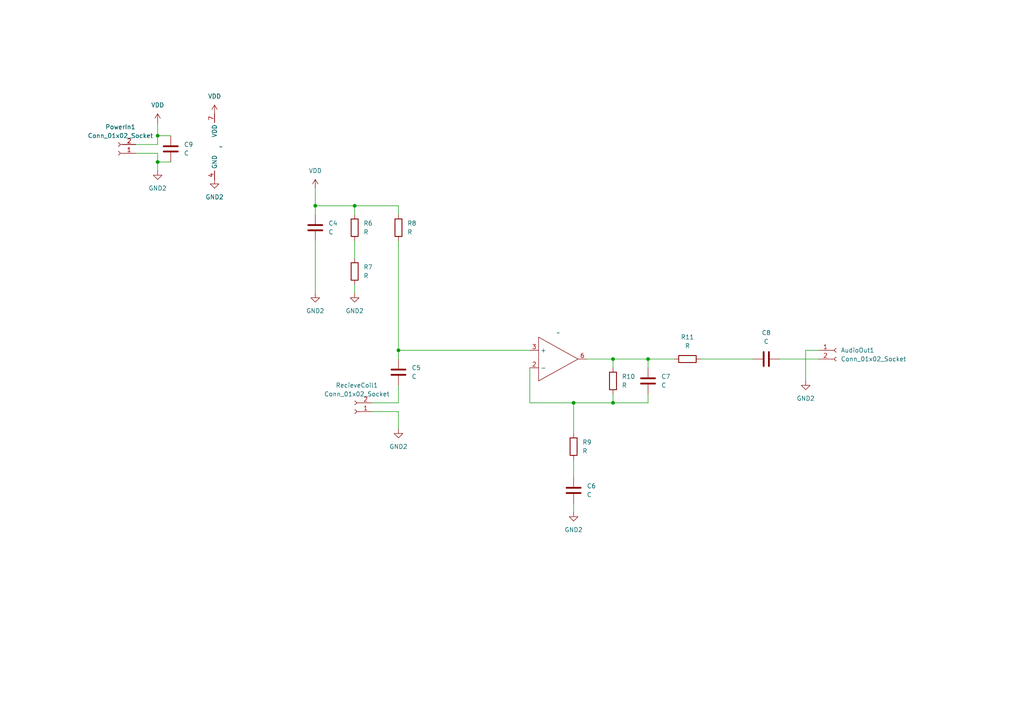
<source format=kicad_sch>
(kicad_sch (version 20250114) (generator "eeschema") (generator_version "9.0")
  (paper "A4")
  (lib_symbols
    (symbol "Connector:Conn_01x02_Socket" (pin_names (offset 1.016) (hide yes))
      (property "Reference" "J" (at 0 2.54 0))
      (property "Value" "Conn_01x02_Socket" (at 0 -5.08 0))
      (symbol "Conn_01x02_Socket_1_1"
        (polyline (pts (xy -1.27 0) (xy -0.508 0)) (stroke (width 0.1524)))
        (polyline (pts (xy -1.27 -2.54) (xy -0.508 -2.54)) (stroke (width 0.1524)))
        (arc (start 0 -0.508) (mid -0.5058 0) (end 0 0.508) (stroke (width 0.1524)))
        (arc (start 0 -3.048) (mid -0.5058 -2.54) (end 0 -2.032) (stroke (width 0.1524)))
        (pin passive line (at -5.08 0 0) (length 3.81) (name "Pin_1") (number "1"))
        (pin passive line (at -5.08 -2.54 0) (length 3.81) (name "Pin_2") (number "2"))
      )
    )
    (symbol "Device:C" (pin_numbers (hide yes)) (pin_names (offset 0.254))
      (property "Reference" "C" (at 0.635 2.54 0))
      (property "Value" "C" (at 0.635 -2.54 0))
      (symbol "C_0_1"
        (polyline (pts (xy -2.032 0.762) (xy 2.032 0.762)) (stroke (width 0.508)))
        (polyline (pts (xy -2.032 -0.762) (xy 2.032 -0.762)) (stroke (width 0.508)))
      )
      (symbol "C_1_1"
        (pin passive line (at 0 3.81 270) (length 2.794) (name "~") (number "1"))
        (pin passive line (at 0 -3.81 90) (length 2.794) (name "~") (number "2"))
      )
    )
    (symbol "Device:R" (pin_numbers (hide yes)) (pin_names (offset 0))
      (property "Reference" "R" (at 2.032 0 90))
      (property "Value" "R" (at 0 0 90))
      (symbol "R_0_1"
        (rectangle (start -1.016 -2.54) (end 1.016 2.54) (stroke (width 0.254)))
      )
      (symbol "R_1_1"
        (pin passive line (at 0 3.81 270) (length 1.27) (name "~") (number "1"))
        (pin passive line (at 0 -3.81 90) (length 1.27) (name "~") (number "2"))
      )
    )
    (symbol "HearingLoopLibrary:OPA209"
      (symbol "OPA209_1_1"
        (polyline (pts (xy 0 6.35) (xy 0 -6.35) (xy 11.43 0) (xy 0 6.35)))
        (pin input line (at -2.54 2.54 0) (length 2.54) (name "+") (number "3"))
        (pin input line (at -2.54 -2.54 0) (length 2.54) (name "-") (number "2"))
        (pin output line (at 13.97 0 180) (length 2.54) (name "") (number "6"))
      )
      (symbol "OPA209_2_1"
        (pin power_in line (at 0 10.16 270) (length 2.54) (name "VDD") (number "7"))
        (pin power_in line (at 0 -8.89 90) (length 2.54) (name "GND") (number "4"))
      )
    )
    (symbol "power:GND2" (power) (pin_numbers (hide yes)) (pin_names (offset 0) (hide yes))
      (property "Value" "GND2" (at 0 -3.81 0))
      (symbol "GND2_0_1"
        (polyline (pts (xy 0 0) (xy 0 -1.27) (xy 1.27 -1.27) (xy 0 -2.54) (xy -1.27 -1.27) (xy 0 -1.27)))
      )
      (symbol "GND2_1_1"
        (pin power_in line (at 0 0 270) (length 0) (name "~") (number "1"))
      )
    )
    (symbol "power:VDD" (power) (pin_numbers (hide yes)) (pin_names (offset 0) (hide yes))
      (property "Value" "VDD" (at 0 3.556 0))
      (symbol "VDD_0_1"
        (polyline (pts (xy -0.762 1.27) (xy 0 2.54)))
        (polyline (pts (xy 0 2.54) (xy 0.762 1.27)))
        (polyline (pts (xy 0 0) (xy 0 2.54)))
      )
      (symbol "VDD_1_1"
        (pin power_in line (at 0 0 90) (length 0) (name "~") (number "1"))
      )
    )
  )
  (junction (at 187.96 104.14))
  (junction (at 102.87 59.69))
  (junction (at 177.8 104.14))
  (junction (at 45.72 39.37))
  (junction (at 91.44 59.69))
  (junction (at 166.37 116.84))
  (junction (at 115.57 101.6))
  (junction (at 45.72 46.99))
  (junction (at 177.8 116.84))
  (wire (pts (xy 91.44 59.69) (xy 91.44 62.23)))
  (wire (pts (xy 115.57 101.6) (xy 153.67 101.6)))
  (wire (pts (xy 107.95 116.84) (xy 115.57 116.84)))
  (wire (pts (xy 91.44 59.69) (xy 102.87 59.69)))
  (wire (pts (xy 177.8 116.84) (xy 177.8 114.3)))
  (wire (pts (xy 177.8 104.14) (xy 170.18 104.14)))
  (wire (pts (xy 45.72 46.99) (xy 45.72 49.53)))
  (wire (pts (xy 115.57 116.84) (xy 115.57 111.76)))
  (wire (pts (xy 233.68 110.49) (xy 233.68 101.6)))
  (wire (pts (xy 115.57 59.69) (xy 102.87 59.69)))
  (wire (pts (xy 153.67 106.68) (xy 153.67 116.84)))
  (wire (pts (xy 45.72 44.45) (xy 45.72 46.99)))
  (wire (pts (xy 45.72 41.91) (xy 39.37 41.91)))
  (wire (pts (xy 102.87 62.23) (xy 102.87 59.69)))
  (wire (pts (xy 187.96 104.14) (xy 195.58 104.14)))
  (wire (pts (xy 166.37 116.84) (xy 177.8 116.84)))
  (wire (pts (xy 91.44 69.85) (xy 91.44 85.09)))
  (wire (pts (xy 233.68 101.6) (xy 237.49 101.6)))
  (wire (pts (xy 39.37 44.45) (xy 45.72 44.45)))
  (wire (pts (xy 203.2 104.14) (xy 218.44 104.14)))
  (wire (pts (xy 187.96 104.14) (xy 187.96 106.68)))
  (wire (pts (xy 115.57 101.6) (xy 115.57 104.14)))
  (wire (pts (xy 187.96 114.3) (xy 187.96 116.84)))
  (wire (pts (xy 153.67 116.84) (xy 166.37 116.84)))
  (wire (pts (xy 177.8 104.14) (xy 187.96 104.14)))
  (wire (pts (xy 177.8 106.68) (xy 177.8 104.14)))
  (wire (pts (xy 115.57 69.85) (xy 115.57 101.6)))
  (wire (pts (xy 115.57 62.23) (xy 115.57 59.69)))
  (wire (pts (xy 226.06 104.14) (xy 237.49 104.14)))
  (wire (pts (xy 166.37 116.84) (xy 166.37 125.73)))
  (wire (pts (xy 102.87 69.85) (xy 102.87 74.93)))
  (wire (pts (xy 166.37 148.59) (xy 166.37 146.05)))
  (wire (pts (xy 45.72 35.56) (xy 45.72 39.37)))
  (wire (pts (xy 115.57 119.38) (xy 107.95 119.38)))
  (wire (pts (xy 49.53 46.99) (xy 45.72 46.99)))
  (wire (pts (xy 187.96 116.84) (xy 177.8 116.84)))
  (wire (pts (xy 102.87 85.09) (xy 102.87 82.55)))
  (wire (pts (xy 91.44 54.61) (xy 91.44 59.69)))
  (wire (pts (xy 166.37 133.35) (xy 166.37 138.43)))
  (wire (pts (xy 45.72 39.37) (xy 45.72 41.91)))
  (wire (pts (xy 45.72 39.37) (xy 49.53 39.37)))
  (wire (pts (xy 115.57 124.46) (xy 115.57 119.38)))
  (symbol (lib_id "HearingLoopLibrary:OPA209") (at 156.21 104.14 0) (unit 1)
    (property "Reference" "U2" (effects (hide yes)))
    (property "Value" "~" (at 161.925 96.52 0))
    (property "Footprint" "Package_SO:SOIC-8-1EP_3.9x4.9mm_P1.27mm_EP2.29x3mm" (effects (hide yes)))
  )
  (symbol (lib_id "power:GND2") (at 45.72 49.53 0) (unit 1)
    (property "Reference" "#PWR013" (effects (hide yes)))
    (property "Value" "GND2" (at 45.72 54.61 0))
    (property "Description" "Power symbol creates a global label with name \"GND2\" , ground" (effects (hide yes)))
  )
  (symbol (lib_id "Device:C") (at 91.44 66.04 0) (unit 1)
    (property "Reference" "C4" (at 95.25 64.7699 0) (effects (justify left)))
    (property "Value" "C" (at 95.25 67.3099 0) (effects (justify left)))
    (property "Footprint" "Capacitor_THT:C_Radial_D8.0mm_H11.5mm_P3.50mm" (effects (hide yes)))
    (property "Description" "Unpolarized capacitor" (effects (hide yes)))
  )
  (symbol (lib_id "power:GND2") (at 166.37 148.59 0) (unit 1)
    (property "Reference" "#PWR017" (effects (hide yes)))
    (property "Value" "GND2" (at 166.37 153.67 0))
    (property "Description" "Power symbol creates a global label with name \"GND2\" , ground" (effects (hide yes)))
  )
  (symbol (lib_id "power:GND2") (at 115.57 124.46 0) (unit 1)
    (property "Reference" "#PWR018" (effects (hide yes)))
    (property "Value" "GND2" (at 115.57 129.54 0))
    (property "Description" "Power symbol creates a global label with name \"GND2\" , ground" (effects (hide yes)))
  )
  (symbol (lib_id "Connector:Conn_01x02_Socket") (at 34.29 44.45 180) (unit 1)
    (property "Reference" "PowerIn1" (at 34.925 36.83 0))
    (property "Value" "Conn_01x02_Socket" (at 34.925 39.37 0))
    (property "Footprint" "Connector_PinSocket_2.54mm:PinSocket_1x02_P2.54mm_Vertical" (effects (hide yes)))
    (property "Description" "Generic connector, single row, 01x02, script generated" (effects (hide yes)))
  )
  (symbol (lib_id "Device:R") (at 102.87 66.04 0) (unit 1)
    (property "Reference" "R6" (at 105.41 64.7699 0) (effects (justify left)))
    (property "Value" "R" (at 105.41 67.3099 0) (effects (justify left)))
    (property "Footprint" "Resistor_THT:R_Axial_DIN0309_L9.0mm_D3.2mm_P12.70mm_Horizontal" (effects (hide yes)))
    (property "Description" "Resistor" (effects (hide yes)))
  )
  (symbol (lib_id "Device:R") (at 115.57 66.04 0) (unit 1)
    (property "Reference" "R8" (at 118.11 64.7699 0) (effects (justify left)))
    (property "Value" "R" (at 118.11 67.3099 0) (effects (justify left)))
    (property "Footprint" "Resistor_THT:R_Axial_DIN0309_L9.0mm_D3.2mm_P12.70mm_Horizontal" (effects (hide yes)))
    (property "Description" "Resistor" (effects (hide yes)))
  )
  (symbol (lib_id "Connector:Conn_01x02_Socket") (at 102.87 119.38 180) (unit 1)
    (property "Reference" "RecieveCoil1" (at 103.505 111.76 0))
    (property "Value" "Conn_01x02_Socket" (at 103.505 114.3 0))
    (property "Footprint" "Connector_PinSocket_2.54mm:PinSocket_1x02_P2.54mm_Vertical" (effects (hide yes)))
    (property "Description" "Generic connector, single row, 01x02, script generated" (effects (hide yes)))
  )
  (symbol (lib_id "power:VDD") (at 62.23 33.02 0) (unit 1)
    (property "Reference" "#PWR011" (effects (hide yes)))
    (property "Value" "VDD" (at 62.23 27.94 0))
    (property "Description" "Power symbol creates a global label with name \"VDD\"" (effects (hide yes)))
  )
  (symbol (lib_id "power:VDD") (at 45.72 35.56 0) (unit 1)
    (property "Reference" "#PWR010" (effects (hide yes)))
    (property "Value" "VDD" (at 45.72 30.48 0))
    (property "Description" "Power symbol creates a global label with name \"VDD\"" (effects (hide yes)))
  )
  (symbol (lib_id "power:GND2") (at 62.23 52.07 0) (unit 1)
    (property "Reference" "#PWR014" (effects (hide yes)))
    (property "Value" "GND2" (at 62.23 57.15 0))
    (property "Description" "Power symbol creates a global label with name \"GND2\" , ground" (effects (hide yes)))
  )
  (symbol (lib_id "Device:R") (at 177.8 110.49 0) (unit 1)
    (property "Reference" "R10" (at 180.34 109.2199 0) (effects (justify left)))
    (property "Value" "R" (at 180.34 111.7599 0) (effects (justify left)))
    (property "Footprint" "Resistor_THT:R_Axial_DIN0309_L9.0mm_D3.2mm_P12.70mm_Horizontal" (effects (hide yes)))
    (property "Description" "Resistor" (effects (hide yes)))
  )
  (symbol (lib_id "Device:C") (at 222.25 104.14 90) (unit 1)
    (property "Reference" "C8" (at 222.25 96.52 90))
    (property "Value" "C" (at 222.25 99.06 90))
    (property "Footprint" "Capacitor_THT:C_Radial_D8.0mm_H11.5mm_P3.50mm" (effects (hide yes)))
    (property "Description" "Unpolarized capacitor" (effects (hide yes)))
  )
  (symbol (lib_id "Device:R") (at 102.87 78.74 0) (unit 1)
    (property "Reference" "R7" (at 105.41 77.4699 0) (effects (justify left)))
    (property "Value" "R" (at 105.41 80.0099 0) (effects (justify left)))
    (property "Footprint" "Resistor_THT:R_Axial_DIN0309_L9.0mm_D3.2mm_P12.70mm_Horizontal" (effects (hide yes)))
    (property "Description" "Resistor" (effects (hide yes)))
  )
  (symbol (lib_id "power:GND2") (at 233.68 110.49 0) (unit 1)
    (property "Reference" "#PWR019" (effects (hide yes)))
    (property "Value" "GND2" (at 233.68 115.57 0))
    (property "Description" "Power symbol creates a global label with name \"GND2\" , ground" (effects (hide yes)))
  )
  (symbol (lib_id "power:VDD") (at 91.44 54.61 0) (unit 1)
    (property "Reference" "#PWR012" (effects (hide yes)))
    (property "Value" "VDD" (at 91.44 49.53 0))
    (property "Description" "Power symbol creates a global label with name \"VDD\"" (effects (hide yes)))
  )
  (symbol (lib_id "Device:C") (at 49.53 43.18 0) (unit 1)
    (property "Reference" "C9" (at 53.34 41.9099 0) (effects (justify left)))
    (property "Value" "C" (at 53.34 44.4499 0) (effects (justify left)))
    (property "Footprint" "Capacitor_THT:C_Radial_D8.0mm_H11.5mm_P3.50mm" (effects (hide yes)))
    (property "Description" "Unpolarized capacitor" (effects (hide yes)))
  )
  (symbol (lib_id "Device:R") (at 166.37 129.54 0) (unit 1)
    (property "Reference" "R9" (at 168.91 128.2699 0) (effects (justify left)))
    (property "Value" "R" (at 168.91 130.8099 0) (effects (justify left)))
    (property "Footprint" "Resistor_THT:R_Axial_DIN0309_L9.0mm_D3.2mm_P12.70mm_Horizontal" (effects (hide yes)))
    (property "Description" "Resistor" (effects (hide yes)))
  )
  (symbol (lib_id "Device:C") (at 166.37 142.24 0) (unit 1)
    (property "Reference" "C6" (at 170.18 140.9699 0) (effects (justify left)))
    (property "Value" "C" (at 170.18 143.5099 0) (effects (justify left)))
    (property "Footprint" "Capacitor_THT:C_Radial_D8.0mm_H11.5mm_P3.50mm" (effects (hide yes)))
    (property "Description" "Unpolarized capacitor" (effects (hide yes)))
  )
  (symbol (lib_id "Connector:Conn_01x02_Socket") (at 242.57 101.6 0) (unit 1)
    (property "Reference" "AudioOut1" (at 243.84 101.5999 0) (effects (justify left)))
    (property "Value" "Conn_01x02_Socket" (at 243.84 104.1399 0) (effects (justify left)))
    (property "Footprint" "Connector_PinSocket_2.54mm:PinSocket_1x02_P2.54mm_Vertical" (effects (hide yes)))
    (property "Description" "Generic connector, single row, 01x02, script generated" (effects (hide yes)))
  )
  (symbol (lib_id "HearingLoopLibrary:OPA209") (at 62.23 43.18 0) (unit 2)
    (property "Reference" "U2" (effects (hide yes)))
    (property "Value" "~" (at 63.5 42.545 0) (effects (justify left)))
    (property "Footprint" "Package_SO:SOIC-8-1EP_3.9x4.9mm_P1.27mm_EP2.29x3mm" (effects (hide yes)))
  )
  (symbol (lib_id "Device:C") (at 115.57 107.95 0) (unit 1)
    (property "Reference" "C5" (at 119.38 106.6799 0) (effects (justify left)))
    (property "Value" "C" (at 119.38 109.2199 0) (effects (justify left)))
    (property "Footprint" "Capacitor_THT:C_Radial_D8.0mm_H11.5mm_P3.50mm" (effects (hide yes)))
    (property "Description" "Unpolarized capacitor" (effects (hide yes)))
  )
  (symbol (lib_id "power:GND2") (at 102.87 85.09 0) (unit 1)
    (property "Reference" "#PWR016" (effects (hide yes)))
    (property "Value" "GND2" (at 102.87 90.17 0))
    (property "Description" "Power symbol creates a global label with name \"GND2\" , ground" (effects (hide yes)))
  )
  (symbol (lib_id "Device:C") (at 187.96 110.49 0) (unit 1)
    (property "Reference" "C7" (at 191.77 109.2199 0) (effects (justify left)))
    (property "Value" "C" (at 191.77 111.7599 0) (effects (justify left)))
    (property "Footprint" "Capacitor_THT:C_Radial_D8.0mm_H11.5mm_P3.50mm" (effects (hide yes)))
    (property "Description" "Unpolarized capacitor" (effects (hide yes)))
  )
  (symbol (lib_id "power:GND2") (at 91.44 85.09 0) (unit 1)
    (property "Reference" "#PWR015" (effects (hide yes)))
    (property "Value" "GND2" (at 91.44 90.17 0))
    (property "Description" "Power symbol creates a global label with name \"GND2\" , ground" (effects (hide yes)))
  )
  (symbol (lib_id "Device:R") (at 199.39 104.14 90) (unit 1)
    (property "Reference" "R11" (at 199.39 97.79 90))
    (property "Value" "R" (at 199.39 100.33 90))
    (property "Footprint" "Resistor_THT:R_Axial_DIN0309_L9.0mm_D3.2mm_P12.70mm_Horizontal" (effects (hide yes)))
    (property "Description" "Resistor" (effects (hide yes)))
  )
)
</source>
